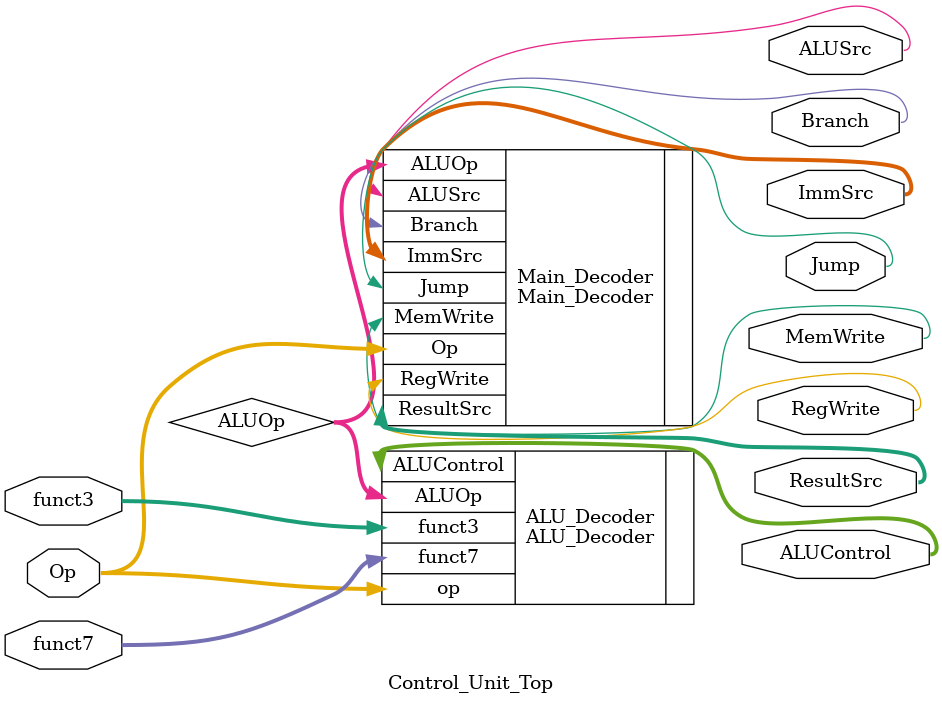
<source format=v>
module Control_Unit_Top(Op, RegWrite, ImmSrc, ALUSrc, MemWrite, ResultSrc, Branch, Jump, funct3, funct7, ALUControl);
    input [6:0] Op, funct7;
    input [2:0] funct3;
    output RegWrite, ALUSrc, MemWrite, Branch, Jump;
    output [1:0] ImmSrc, ResultSrc;
    output [2:0] ALUControl;

    wire [1:0] ALUOp;

    Main_Decoder Main_Decoder(
        .Op(Op),
        .RegWrite(RegWrite),
        .ImmSrc(ImmSrc),
        .MemWrite(MemWrite),
        .ResultSrc(ResultSrc),
        .Branch(Branch),
        .Jump(Jump),
        .ALUSrc(ALUSrc),
        .ALUOp(ALUOp)
    );

    ALU_Decoder ALU_Decoder(
        .ALUOp(ALUOp),
        .funct3(funct3),
        .funct7(funct7),
        .op(Op),
        .ALUControl(ALUControl)
    );
endmodule

</source>
